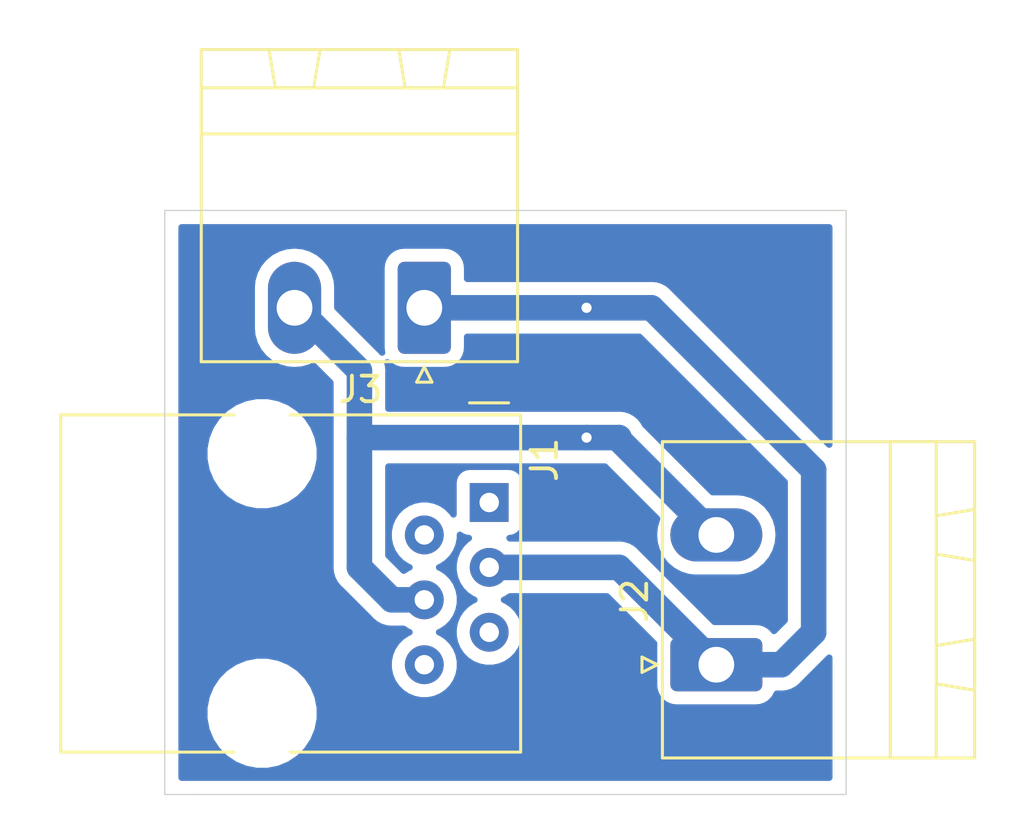
<source format=kicad_pcb>
(kicad_pcb (version 20171130) (host pcbnew "(5.1.9)-1")

  (general
    (thickness 1.6)
    (drawings 5)
    (tracks 19)
    (zones 0)
    (modules 3)
    (nets 7)
  )

  (page A4)
  (layers
    (0 F.Cu signal)
    (31 B.Cu signal)
    (32 B.Adhes user)
    (33 F.Adhes user)
    (34 B.Paste user)
    (35 F.Paste user)
    (36 B.SilkS user)
    (37 F.SilkS user)
    (38 B.Mask user)
    (39 F.Mask user)
    (40 Dwgs.User user)
    (41 Cmts.User user)
    (42 Eco1.User user)
    (43 Eco2.User user)
    (44 Edge.Cuts user)
    (45 Margin user)
    (46 B.CrtYd user)
    (47 F.CrtYd user)
    (48 B.Fab user)
    (49 F.Fab user)
  )

  (setup
    (last_trace_width 0.25)
    (user_trace_width 0.5)
    (user_trace_width 1)
    (trace_clearance 0.2)
    (zone_clearance 0.508)
    (zone_45_only no)
    (trace_min 0.2)
    (via_size 0.8)
    (via_drill 0.4)
    (via_min_size 0.4)
    (via_min_drill 0.3)
    (uvia_size 0.3)
    (uvia_drill 0.1)
    (uvias_allowed no)
    (uvia_min_size 0.2)
    (uvia_min_drill 0.1)
    (edge_width 0.05)
    (segment_width 0.2)
    (pcb_text_width 0.3)
    (pcb_text_size 1.5 1.5)
    (mod_edge_width 0.12)
    (mod_text_size 1 1)
    (mod_text_width 0.15)
    (pad_size 1.524 1.524)
    (pad_drill 0.762)
    (pad_to_mask_clearance 0)
    (aux_axis_origin 0 0)
    (visible_elements 7FFFFFFF)
    (pcbplotparams
      (layerselection 0x010fc_ffffffff)
      (usegerberextensions false)
      (usegerberattributes true)
      (usegerberadvancedattributes true)
      (creategerberjobfile true)
      (excludeedgelayer true)
      (linewidth 0.100000)
      (plotframeref false)
      (viasonmask false)
      (mode 1)
      (useauxorigin false)
      (hpglpennumber 1)
      (hpglpenspeed 20)
      (hpglpendiameter 15.000000)
      (psnegative false)
      (psa4output false)
      (plotreference true)
      (plotvalue true)
      (plotinvisibletext false)
      (padsonsilk false)
      (subtractmaskfromsilk false)
      (outputformat 1)
      (mirror false)
      (drillshape 1)
      (scaleselection 1)
      (outputdirectory ""))
  )

  (net 0 "")
  (net 1 "Net-(J1-Pad1)")
  (net 2 "Net-(J1-Pad2)")
  (net 3 "Net-(J1-Pad3)")
  (net 4 "Net-(J1-Pad4)")
  (net 5 "Net-(J1-Pad5)")
  (net 6 "Net-(J1-Pad6)")

  (net_class Default "This is the default net class."
    (clearance 0.2)
    (trace_width 0.25)
    (via_dia 0.8)
    (via_drill 0.4)
    (uvia_dia 0.3)
    (uvia_drill 0.1)
    (add_net "Net-(J1-Pad1)")
    (add_net "Net-(J1-Pad2)")
    (add_net "Net-(J1-Pad3)")
    (add_net "Net-(J1-Pad4)")
    (add_net "Net-(J1-Pad5)")
    (add_net "Net-(J1-Pad6)")
  )

  (module Connector_Phoenix_MSTB:PhoenixContact_MSTBA_2,5_2-G-5,08_1x02_P5.08mm_Horizontal (layer F.Cu) (tedit 5B785047) (tstamp 604112D9)
    (at 77.47 85.09 90)
    (descr "Generic Phoenix Contact connector footprint for: MSTBA_2,5/2-G-5,08; number of pins: 02; pin pitch: 5.08mm; Angled || order number: 1757242 12A || order number: 1923869 16A (HC)")
    (tags "phoenix_contact connector MSTBA_01x02_G_5.08mm")
    (path /6040D958)
    (fp_text reference J2 (at 2.5 -3.2 90) (layer F.SilkS)
      (effects (font (size 1 1) (thickness 0.15)))
    )
    (fp_text value Screw_Terminal_01x02 (at 2.5 11.2 90) (layer F.Fab)
      (effects (font (size 1 1) (thickness 0.15)))
    )
    (fp_text user %R (at 2.5 -1.3 90) (layer F.Fab)
      (effects (font (size 1 1) (thickness 0.15)))
    )
    (fp_line (start -3.65 -2.11) (end -3.65 10.11) (layer F.SilkS) (width 0.12))
    (fp_line (start -3.65 10.11) (end 8.73 10.11) (layer F.SilkS) (width 0.12))
    (fp_line (start 8.73 10.11) (end 8.73 -2.11) (layer F.SilkS) (width 0.12))
    (fp_line (start 8.73 -2.11) (end -3.65 -2.11) (layer F.SilkS) (width 0.12))
    (fp_line (start -3.54 -2) (end -3.54 10) (layer F.Fab) (width 0.1))
    (fp_line (start -3.54 10) (end 8.62 10) (layer F.Fab) (width 0.1))
    (fp_line (start 8.62 10) (end 8.62 -2) (layer F.Fab) (width 0.1))
    (fp_line (start 8.62 -2) (end -3.54 -2) (layer F.Fab) (width 0.1))
    (fp_line (start -3.65 8.61) (end -3.65 6.81) (layer F.SilkS) (width 0.12))
    (fp_line (start -3.65 6.81) (end 8.73 6.81) (layer F.SilkS) (width 0.12))
    (fp_line (start 8.73 6.81) (end 8.73 8.61) (layer F.SilkS) (width 0.12))
    (fp_line (start 8.73 8.61) (end -3.65 8.61) (layer F.SilkS) (width 0.12))
    (fp_line (start -1 10.11) (end 1 10.11) (layer F.SilkS) (width 0.12))
    (fp_line (start 1 10.11) (end 0.75 8.61) (layer F.SilkS) (width 0.12))
    (fp_line (start 0.75 8.61) (end -0.75 8.61) (layer F.SilkS) (width 0.12))
    (fp_line (start -0.75 8.61) (end -1 10.11) (layer F.SilkS) (width 0.12))
    (fp_line (start 4.08 10.11) (end 6.08 10.11) (layer F.SilkS) (width 0.12))
    (fp_line (start 6.08 10.11) (end 5.83 8.61) (layer F.SilkS) (width 0.12))
    (fp_line (start 5.83 8.61) (end 4.33 8.61) (layer F.SilkS) (width 0.12))
    (fp_line (start 4.33 8.61) (end 4.08 10.11) (layer F.SilkS) (width 0.12))
    (fp_line (start -4.04 -2.5) (end -4.04 10.5) (layer F.CrtYd) (width 0.05))
    (fp_line (start -4.04 10.5) (end 9.12 10.5) (layer F.CrtYd) (width 0.05))
    (fp_line (start 9.12 10.5) (end 9.12 -2.5) (layer F.CrtYd) (width 0.05))
    (fp_line (start 9.12 -2.5) (end -4.04 -2.5) (layer F.CrtYd) (width 0.05))
    (fp_line (start 0.3 -2.91) (end 0 -2.31) (layer F.SilkS) (width 0.12))
    (fp_line (start 0 -2.31) (end -0.3 -2.91) (layer F.SilkS) (width 0.12))
    (fp_line (start -0.3 -2.91) (end 0.3 -2.91) (layer F.SilkS) (width 0.12))
    (fp_line (start 0.95 -2) (end 0 -0.5) (layer F.Fab) (width 0.1))
    (fp_line (start 0 -0.5) (end -0.95 -2) (layer F.Fab) (width 0.1))
    (pad 2 thru_hole oval (at 5.08 0 90) (size 2.08 3.6) (drill 1.4) (layers *.Cu *.Mask)
      (net 4 "Net-(J1-Pad4)"))
    (pad 1 thru_hole roundrect (at 0 0 90) (size 2.08 3.6) (drill 1.4) (layers *.Cu *.Mask) (roundrect_rratio 0.120192)
      (net 3 "Net-(J1-Pad3)"))
    (model ${KISYS3DMOD}/Connector_Phoenix_MSTB.3dshapes/PhoenixContact_MSTBA_2,5_2-G-5,08_1x02_P5.08mm_Horizontal.wrl
      (at (xyz 0 0 0))
      (scale (xyz 1 1 1))
      (rotate (xyz 0 0 0))
    )
  )

  (module Connector_Phoenix_MSTB:PhoenixContact_MSTBA_2,5_2-G-5,08_1x02_P5.08mm_Horizontal (layer F.Cu) (tedit 5B785047) (tstamp 604112FD)
    (at 66.04 71.12 180)
    (descr "Generic Phoenix Contact connector footprint for: MSTBA_2,5/2-G-5,08; number of pins: 02; pin pitch: 5.08mm; Angled || order number: 1757242 12A || order number: 1923869 16A (HC)")
    (tags "phoenix_contact connector MSTBA_01x02_G_5.08mm")
    (path /6040EA04)
    (fp_text reference J3 (at 2.5 -3.2) (layer F.SilkS)
      (effects (font (size 1 1) (thickness 0.15)))
    )
    (fp_text value Screw_Terminal_01x02 (at 2.5 11.2) (layer F.Fab)
      (effects (font (size 1 1) (thickness 0.15)))
    )
    (fp_text user %R (at 2.5 -1.3) (layer F.Fab)
      (effects (font (size 1 1) (thickness 0.15)))
    )
    (fp_line (start -3.65 -2.11) (end -3.65 10.11) (layer F.SilkS) (width 0.12))
    (fp_line (start -3.65 10.11) (end 8.73 10.11) (layer F.SilkS) (width 0.12))
    (fp_line (start 8.73 10.11) (end 8.73 -2.11) (layer F.SilkS) (width 0.12))
    (fp_line (start 8.73 -2.11) (end -3.65 -2.11) (layer F.SilkS) (width 0.12))
    (fp_line (start -3.54 -2) (end -3.54 10) (layer F.Fab) (width 0.1))
    (fp_line (start -3.54 10) (end 8.62 10) (layer F.Fab) (width 0.1))
    (fp_line (start 8.62 10) (end 8.62 -2) (layer F.Fab) (width 0.1))
    (fp_line (start 8.62 -2) (end -3.54 -2) (layer F.Fab) (width 0.1))
    (fp_line (start -3.65 8.61) (end -3.65 6.81) (layer F.SilkS) (width 0.12))
    (fp_line (start -3.65 6.81) (end 8.73 6.81) (layer F.SilkS) (width 0.12))
    (fp_line (start 8.73 6.81) (end 8.73 8.61) (layer F.SilkS) (width 0.12))
    (fp_line (start 8.73 8.61) (end -3.65 8.61) (layer F.SilkS) (width 0.12))
    (fp_line (start -1 10.11) (end 1 10.11) (layer F.SilkS) (width 0.12))
    (fp_line (start 1 10.11) (end 0.75 8.61) (layer F.SilkS) (width 0.12))
    (fp_line (start 0.75 8.61) (end -0.75 8.61) (layer F.SilkS) (width 0.12))
    (fp_line (start -0.75 8.61) (end -1 10.11) (layer F.SilkS) (width 0.12))
    (fp_line (start 4.08 10.11) (end 6.08 10.11) (layer F.SilkS) (width 0.12))
    (fp_line (start 6.08 10.11) (end 5.83 8.61) (layer F.SilkS) (width 0.12))
    (fp_line (start 5.83 8.61) (end 4.33 8.61) (layer F.SilkS) (width 0.12))
    (fp_line (start 4.33 8.61) (end 4.08 10.11) (layer F.SilkS) (width 0.12))
    (fp_line (start -4.04 -2.5) (end -4.04 10.5) (layer F.CrtYd) (width 0.05))
    (fp_line (start -4.04 10.5) (end 9.12 10.5) (layer F.CrtYd) (width 0.05))
    (fp_line (start 9.12 10.5) (end 9.12 -2.5) (layer F.CrtYd) (width 0.05))
    (fp_line (start 9.12 -2.5) (end -4.04 -2.5) (layer F.CrtYd) (width 0.05))
    (fp_line (start 0.3 -2.91) (end 0 -2.31) (layer F.SilkS) (width 0.12))
    (fp_line (start 0 -2.31) (end -0.3 -2.91) (layer F.SilkS) (width 0.12))
    (fp_line (start -0.3 -2.91) (end 0.3 -2.91) (layer F.SilkS) (width 0.12))
    (fp_line (start 0.95 -2) (end 0 -0.5) (layer F.Fab) (width 0.1))
    (fp_line (start 0 -0.5) (end -0.95 -2) (layer F.Fab) (width 0.1))
    (pad 2 thru_hole oval (at 5.08 0 180) (size 2.08 3.6) (drill 1.4) (layers *.Cu *.Mask)
      (net 4 "Net-(J1-Pad4)"))
    (pad 1 thru_hole roundrect (at 0 0 180) (size 2.08 3.6) (drill 1.4) (layers *.Cu *.Mask) (roundrect_rratio 0.120192)
      (net 3 "Net-(J1-Pad3)"))
    (model ${KISYS3DMOD}/Connector_Phoenix_MSTB.3dshapes/PhoenixContact_MSTBA_2,5_2-G-5,08_1x02_P5.08mm_Horizontal.wrl
      (at (xyz 0 0 0))
      (scale (xyz 1 1 1))
      (rotate (xyz 0 0 0))
    )
  )

  (module Connector_RJ:RJ12_Amphenol_54601 (layer F.Cu) (tedit 5AE2E32D) (tstamp 604112B5)
    (at 68.58 78.74 270)
    (descr "RJ12 connector  https://cdn.amphenol-icc.com/media/wysiwyg/files/drawing/c-bmj-0082.pdf")
    (tags "RJ12 connector")
    (path /604188A1)
    (fp_text reference J1 (at -1.67 -2.16 90) (layer F.SilkS)
      (effects (font (size 1 1) (thickness 0.15)))
    )
    (fp_text value RJ12 (at 3.54 18.3 90) (layer F.Fab)
      (effects (font (size 1 1) (thickness 0.15)))
    )
    (fp_line (start -3.43 16.77) (end -3.43 0.52) (layer F.Fab) (width 0.1))
    (fp_line (start -3.43 -1.23) (end 9.77 -1.23) (layer F.Fab) (width 0.1))
    (fp_line (start 9.77 -1.23) (end 9.77 16.77) (layer F.Fab) (width 0.1))
    (fp_line (start 9.77 16.77) (end -3.43 16.77) (layer F.Fab) (width 0.1))
    (fp_line (start -4.04 -1.73) (end 10.38 -1.73) (layer F.CrtYd) (width 0.05))
    (fp_line (start 10.38 -1.73) (end 10.38 17.27) (layer F.CrtYd) (width 0.05))
    (fp_line (start 10.38 17.27) (end -4.04 17.27) (layer F.CrtYd) (width 0.05))
    (fp_line (start -4.04 17.27) (end -4.04 -1.73) (layer F.CrtYd) (width 0.05))
    (fp_line (start -3.43 -1.23) (end 9.77 -1.23) (layer F.SilkS) (width 0.12))
    (fp_line (start 9.77 -1.23) (end 9.77 7.79) (layer F.SilkS) (width 0.12))
    (fp_line (start 9.77 16.65) (end 9.77 16.77) (layer F.SilkS) (width 0.1))
    (fp_line (start 9.77 16.77) (end 9.77 9.99) (layer F.SilkS) (width 0.12))
    (fp_line (start 9.77 16.76) (end 9.77 16.77) (layer F.SilkS) (width 0.1))
    (fp_line (start 9.77 16.77) (end -3.43 16.77) (layer F.SilkS) (width 0.12))
    (fp_line (start -3.43 16.77) (end -3.43 9.99) (layer F.SilkS) (width 0.12))
    (fp_line (start -3.43 7.72) (end -3.43 7.79) (layer F.SilkS) (width 0.1))
    (fp_line (start -3.43 7.79) (end -3.43 -1.23) (layer F.SilkS) (width 0.12))
    (fp_line (start -3.9 0.77) (end -3.9 -0.76) (layer F.SilkS) (width 0.12))
    (fp_line (start -3.43 0.52) (end -2.93 0.02) (layer F.Fab) (width 0.1))
    (fp_line (start -2.93 0.02) (end -3.43 -0.48) (layer F.Fab) (width 0.1))
    (fp_line (start -3.43 -0.48) (end -3.43 -1.23) (layer F.Fab) (width 0.1))
    (fp_text user %R (at 3.16 7.76 90) (layer F.Fab)
      (effects (font (size 1 1) (thickness 0.15)))
    )
    (pad 1 thru_hole rect (at 0 0 270) (size 1.52 1.52) (drill 0.76) (layers *.Cu *.Mask)
      (net 1 "Net-(J1-Pad1)"))
    (pad "" np_thru_hole circle (at -1.91 8.89 270) (size 3.25 3.25) (drill 3.25) (layers *.Cu *.Mask))
    (pad 2 thru_hole circle (at 1.27 2.54 270) (size 1.52 1.52) (drill 0.76) (layers *.Cu *.Mask)
      (net 2 "Net-(J1-Pad2)"))
    (pad 3 thru_hole circle (at 2.54 0 270) (size 1.52 1.52) (drill 0.76) (layers *.Cu *.Mask)
      (net 3 "Net-(J1-Pad3)"))
    (pad 4 thru_hole circle (at 3.81 2.54 270) (size 1.52 1.52) (drill 0.76) (layers *.Cu *.Mask)
      (net 4 "Net-(J1-Pad4)"))
    (pad 5 thru_hole circle (at 5.08 0 270) (size 1.52 1.52) (drill 0.76) (layers *.Cu *.Mask)
      (net 5 "Net-(J1-Pad5)"))
    (pad 6 thru_hole circle (at 6.35 2.54 270) (size 1.52 1.52) (drill 0.76) (layers *.Cu *.Mask)
      (net 6 "Net-(J1-Pad6)"))
    (pad "" np_thru_hole circle (at 8.25 8.89 270) (size 3.25 3.25) (drill 3.25) (layers *.Cu *.Mask))
    (model ${KISYS3DMOD}/Connector_RJ.3dshapes/RJ12_Amphenol_54601.wrl
      (at (xyz 0 0 0))
      (scale (xyz 1 1 1))
      (rotate (xyz 0 0 0))
    )
  )

  (gr_line (start 55.88 90.17) (end 55.88 67.31) (layer Edge.Cuts) (width 0.05) (tstamp 60411F96))
  (gr_line (start 57.15 90.17) (end 55.88 90.17) (layer Edge.Cuts) (width 0.05))
  (gr_line (start 82.55 90.17) (end 57.15 90.17) (layer Edge.Cuts) (width 0.05))
  (gr_line (start 82.55 67.31) (end 82.55 90.17) (layer Edge.Cuts) (width 0.05))
  (gr_line (start 55.88 67.31) (end 82.55 67.31) (layer Edge.Cuts) (width 0.05))

  (segment (start 73.66 81.28) (end 77.47 85.09) (width 1) (layer B.Cu) (net 3))
  (segment (start 68.58 81.28) (end 73.66 81.28) (width 1) (layer B.Cu) (net 3))
  (segment (start 81.28 77.47) (end 74.93 71.12) (width 1) (layer B.Cu) (net 3))
  (segment (start 81.28 83.82) (end 81.28 77.47) (width 1) (layer B.Cu) (net 3))
  (segment (start 80.01 85.09) (end 81.28 83.82) (width 1) (layer B.Cu) (net 3))
  (segment (start 74.93 71.12) (end 72.39 71.12) (width 1) (layer B.Cu) (net 3))
  (segment (start 77.47 85.09) (end 80.01 85.09) (width 1) (layer B.Cu) (net 3))
  (segment (start 72.39 71.12) (end 66.04 71.12) (width 1) (layer B.Cu) (net 3) (tstamp 60411F91))
  (via (at 72.39 71.12) (size 0.8) (drill 0.4) (layers F.Cu B.Cu) (net 3))
  (segment (start 63.5 73.58) (end 61.04 71.12) (width 1) (layer B.Cu) (net 4))
  (segment (start 64.77 82.55) (end 63.5 81.28) (width 1) (layer B.Cu) (net 4))
  (segment (start 66.04 82.55) (end 64.77 82.55) (width 1) (layer B.Cu) (net 4))
  (segment (start 63.5 76.2) (end 72.39 76.2) (width 1) (layer B.Cu) (net 4))
  (segment (start 63.5 81.28) (end 63.5 76.2) (width 1) (layer B.Cu) (net 4))
  (segment (start 63.5 76.2) (end 63.5 73.58) (width 1) (layer B.Cu) (net 4))
  (segment (start 73.66 76.28) (end 77.47 80.09) (width 1) (layer B.Cu) (net 4))
  (segment (start 73.66 76.2) (end 73.66 76.28) (width 1) (layer B.Cu) (net 4))
  (segment (start 72.39 76.2) (end 73.66 76.2) (width 1) (layer B.Cu) (net 4) (tstamp 60411F93))
  (via (at 72.39 76.2) (size 0.8) (drill 0.4) (layers F.Cu B.Cu) (net 4))

  (zone (net 0) (net_name "") (layer B.Cu) (tstamp 0) (hatch edge 0.508)
    (connect_pads (clearance 0.508))
    (min_thickness 0.254)
    (fill yes (arc_segments 32) (thermal_gap 0.508) (thermal_bridge_width 0.508))
    (polygon
      (pts
        (xy 82.55 90.17) (xy 55.88 90.17) (xy 55.88 67.31) (xy 82.55 67.31)
      )
    )
    (filled_polygon
      (pts
        (xy 81.89 76.474868) (xy 75.771996 70.356865) (xy 75.736449 70.313551) (xy 75.563623 70.171716) (xy 75.366447 70.066324)
        (xy 75.152499 70.001423) (xy 74.985752 69.985) (xy 74.985751 69.985) (xy 74.93 69.979509) (xy 74.874249 69.985)
        (xy 67.718072 69.985) (xy 67.718072 69.569999) (xy 67.701008 69.396745) (xy 67.650472 69.230149) (xy 67.568405 69.076613)
        (xy 67.457962 68.942038) (xy 67.323387 68.831595) (xy 67.169851 68.749528) (xy 67.003255 68.698992) (xy 66.830001 68.681928)
        (xy 65.249999 68.681928) (xy 65.076745 68.698992) (xy 64.910149 68.749528) (xy 64.756613 68.831595) (xy 64.622038 68.942038)
        (xy 64.511595 69.076613) (xy 64.429528 69.230149) (xy 64.378992 69.396745) (xy 64.361928 69.569999) (xy 64.361928 72.670001)
        (xy 64.378992 72.843255) (xy 64.387986 72.872904) (xy 64.306449 72.773551) (xy 64.263141 72.738009) (xy 62.635 71.109869)
        (xy 62.635 70.277718) (xy 62.610764 70.031643) (xy 62.514985 69.715904) (xy 62.35945 69.424918) (xy 62.150134 69.169866)
        (xy 61.895082 68.96055) (xy 61.604096 68.805015) (xy 61.288357 68.709236) (xy 60.96 68.676896) (xy 60.631644 68.709236)
        (xy 60.315905 68.805015) (xy 60.024919 68.96055) (xy 59.769867 69.169866) (xy 59.560551 69.424918) (xy 59.405016 69.715904)
        (xy 59.309236 70.031643) (xy 59.285 70.277718) (xy 59.285 71.962281) (xy 59.309236 72.208356) (xy 59.405015 72.524095)
        (xy 59.56055 72.815081) (xy 59.769866 73.070134) (xy 60.024918 73.27945) (xy 60.315904 73.434985) (xy 60.631643 73.530764)
        (xy 60.96 73.563104) (xy 61.288356 73.530764) (xy 61.604095 73.434985) (xy 61.699082 73.384214) (xy 62.365001 74.050133)
        (xy 62.365 76.144248) (xy 62.359509 76.2) (xy 62.365001 76.255762) (xy 62.365 81.224248) (xy 62.359509 81.28)
        (xy 62.365 81.335751) (xy 62.381423 81.502498) (xy 62.446324 81.716446) (xy 62.551716 81.913623) (xy 62.693551 82.086449)
        (xy 62.736865 82.121996) (xy 63.928008 83.31314) (xy 63.963551 83.356449) (xy 64.136377 83.498284) (xy 64.333553 83.603676)
        (xy 64.497705 83.653471) (xy 64.5475 83.668577) (xy 64.568493 83.670644) (xy 64.714248 83.685) (xy 64.714255 83.685)
        (xy 64.769999 83.69049) (xy 64.825743 83.685) (xy 65.227714 83.685) (xy 65.37922 83.786233) (xy 65.46074 83.82)
        (xy 65.37922 83.853767) (xy 65.150739 84.006433) (xy 64.956433 84.200739) (xy 64.803767 84.42922) (xy 64.698609 84.683093)
        (xy 64.645 84.952604) (xy 64.645 85.227396) (xy 64.698609 85.496907) (xy 64.803767 85.75078) (xy 64.956433 85.979261)
        (xy 65.150739 86.173567) (xy 65.37922 86.326233) (xy 65.633093 86.431391) (xy 65.902604 86.485) (xy 66.177396 86.485)
        (xy 66.446907 86.431391) (xy 66.70078 86.326233) (xy 66.929261 86.173567) (xy 67.123567 85.979261) (xy 67.276233 85.75078)
        (xy 67.381391 85.496907) (xy 67.435 85.227396) (xy 67.435 84.952604) (xy 67.381391 84.683093) (xy 67.276233 84.42922)
        (xy 67.123567 84.200739) (xy 66.929261 84.006433) (xy 66.70078 83.853767) (xy 66.61926 83.82) (xy 66.70078 83.786233)
        (xy 66.929261 83.633567) (xy 67.123567 83.439261) (xy 67.276233 83.21078) (xy 67.381391 82.956907) (xy 67.435 82.687396)
        (xy 67.435 82.412604) (xy 67.381391 82.143093) (xy 67.276233 81.88922) (xy 67.123567 81.660739) (xy 66.929261 81.466433)
        (xy 66.70078 81.313767) (xy 66.61926 81.28) (xy 66.70078 81.246233) (xy 66.929261 81.093567) (xy 67.123567 80.899261)
        (xy 67.276233 80.67078) (xy 67.381391 80.416907) (xy 67.435 80.147396) (xy 67.435 80.005501) (xy 67.465506 80.030537)
        (xy 67.57582 80.089502) (xy 67.695518 80.125812) (xy 67.783467 80.134474) (xy 67.690739 80.196433) (xy 67.496433 80.390739)
        (xy 67.343767 80.61922) (xy 67.238609 80.873093) (xy 67.185 81.142604) (xy 67.185 81.417396) (xy 67.238609 81.686907)
        (xy 67.343767 81.94078) (xy 67.496433 82.169261) (xy 67.690739 82.363567) (xy 67.91922 82.516233) (xy 68.00074 82.55)
        (xy 67.91922 82.583767) (xy 67.690739 82.736433) (xy 67.496433 82.930739) (xy 67.343767 83.15922) (xy 67.238609 83.413093)
        (xy 67.185 83.682604) (xy 67.185 83.957396) (xy 67.238609 84.226907) (xy 67.343767 84.48078) (xy 67.496433 84.709261)
        (xy 67.690739 84.903567) (xy 67.91922 85.056233) (xy 68.173093 85.161391) (xy 68.442604 85.215) (xy 68.717396 85.215)
        (xy 68.986907 85.161391) (xy 69.24078 85.056233) (xy 69.469261 84.903567) (xy 69.663567 84.709261) (xy 69.816233 84.48078)
        (xy 69.921391 84.226907) (xy 69.975 83.957396) (xy 69.975 83.682604) (xy 69.921391 83.413093) (xy 69.816233 83.15922)
        (xy 69.663567 82.930739) (xy 69.469261 82.736433) (xy 69.24078 82.583767) (xy 69.15926 82.55) (xy 69.24078 82.516233)
        (xy 69.392286 82.415) (xy 73.189869 82.415) (xy 75.035778 84.26091) (xy 75.031928 84.299999) (xy 75.031928 85.880001)
        (xy 75.048992 86.053255) (xy 75.099528 86.219851) (xy 75.181595 86.373387) (xy 75.292038 86.507962) (xy 75.426613 86.618405)
        (xy 75.580149 86.700472) (xy 75.746745 86.751008) (xy 75.919999 86.768072) (xy 79.020001 86.768072) (xy 79.193255 86.751008)
        (xy 79.359851 86.700472) (xy 79.513387 86.618405) (xy 79.647962 86.507962) (xy 79.758405 86.373387) (xy 79.83772 86.225)
        (xy 79.954249 86.225) (xy 80.01 86.230491) (xy 80.065751 86.225) (xy 80.065752 86.225) (xy 80.232499 86.208577)
        (xy 80.446447 86.143676) (xy 80.643623 86.038284) (xy 80.816449 85.896449) (xy 80.851996 85.853135) (xy 81.890001 84.815131)
        (xy 81.890001 89.51) (xy 56.54 89.51) (xy 56.54 86.767409) (xy 57.43 86.767409) (xy 57.43 87.212591)
        (xy 57.516851 87.649218) (xy 57.687214 88.060511) (xy 57.934544 88.430666) (xy 58.249334 88.745456) (xy 58.619489 88.992786)
        (xy 59.030782 89.163149) (xy 59.467409 89.25) (xy 59.912591 89.25) (xy 60.349218 89.163149) (xy 60.760511 88.992786)
        (xy 61.130666 88.745456) (xy 61.445456 88.430666) (xy 61.692786 88.060511) (xy 61.863149 87.649218) (xy 61.95 87.212591)
        (xy 61.95 86.767409) (xy 61.863149 86.330782) (xy 61.692786 85.919489) (xy 61.445456 85.549334) (xy 61.130666 85.234544)
        (xy 60.760511 84.987214) (xy 60.349218 84.816851) (xy 59.912591 84.73) (xy 59.467409 84.73) (xy 59.030782 84.816851)
        (xy 58.619489 84.987214) (xy 58.249334 85.234544) (xy 57.934544 85.549334) (xy 57.687214 85.919489) (xy 57.516851 86.330782)
        (xy 57.43 86.767409) (xy 56.54 86.767409) (xy 56.54 76.607409) (xy 57.43 76.607409) (xy 57.43 77.052591)
        (xy 57.516851 77.489218) (xy 57.687214 77.900511) (xy 57.934544 78.270666) (xy 58.249334 78.585456) (xy 58.619489 78.832786)
        (xy 59.030782 79.003149) (xy 59.467409 79.09) (xy 59.912591 79.09) (xy 60.349218 79.003149) (xy 60.760511 78.832786)
        (xy 61.130666 78.585456) (xy 61.445456 78.270666) (xy 61.692786 77.900511) (xy 61.863149 77.489218) (xy 61.95 77.052591)
        (xy 61.95 76.607409) (xy 61.863149 76.170782) (xy 61.692786 75.759489) (xy 61.445456 75.389334) (xy 61.130666 75.074544)
        (xy 60.760511 74.827214) (xy 60.349218 74.656851) (xy 59.912591 74.57) (xy 59.467409 74.57) (xy 59.030782 74.656851)
        (xy 58.619489 74.827214) (xy 58.249334 75.074544) (xy 57.934544 75.389334) (xy 57.687214 75.759489) (xy 57.516851 76.170782)
        (xy 57.43 76.607409) (xy 56.54 76.607409) (xy 56.54 67.97) (xy 81.89 67.97)
      )
    )
    (filled_polygon
      (pts
        (xy 80.145001 77.940133) (xy 80.145 83.349868) (xy 79.726785 83.768084) (xy 79.647962 83.672038) (xy 79.513387 83.561595)
        (xy 79.359851 83.479528) (xy 79.193255 83.428992) (xy 79.020001 83.411928) (xy 77.397061 83.411928) (xy 74.501996 80.516865)
        (xy 74.466449 80.473551) (xy 74.293623 80.331716) (xy 74.096447 80.226324) (xy 73.882499 80.161423) (xy 73.715752 80.145)
        (xy 73.715751 80.145) (xy 73.66 80.139509) (xy 73.604249 80.145) (xy 69.392286 80.145) (xy 69.376533 80.134474)
        (xy 69.464482 80.125812) (xy 69.58418 80.089502) (xy 69.694494 80.030537) (xy 69.791185 79.951185) (xy 69.870537 79.854494)
        (xy 69.929502 79.74418) (xy 69.965812 79.624482) (xy 69.978072 79.5) (xy 69.978072 77.98) (xy 69.965812 77.855518)
        (xy 69.929502 77.73582) (xy 69.870537 77.625506) (xy 69.791185 77.528815) (xy 69.694494 77.449463) (xy 69.58418 77.390498)
        (xy 69.464482 77.354188) (xy 69.34 77.341928) (xy 67.82 77.341928) (xy 67.695518 77.354188) (xy 67.57582 77.390498)
        (xy 67.465506 77.449463) (xy 67.368815 77.528815) (xy 67.289463 77.625506) (xy 67.230498 77.73582) (xy 67.194188 77.855518)
        (xy 67.181928 77.98) (xy 67.181928 79.208082) (xy 67.123567 79.120739) (xy 66.929261 78.926433) (xy 66.70078 78.773767)
        (xy 66.446907 78.668609) (xy 66.177396 78.615) (xy 65.902604 78.615) (xy 65.633093 78.668609) (xy 65.37922 78.773767)
        (xy 65.150739 78.926433) (xy 64.956433 79.120739) (xy 64.803767 79.34922) (xy 64.698609 79.603093) (xy 64.645 79.872604)
        (xy 64.645 80.147396) (xy 64.698609 80.416907) (xy 64.803767 80.67078) (xy 64.956433 80.899261) (xy 65.150739 81.093567)
        (xy 65.37922 81.246233) (xy 65.46074 81.28) (xy 65.37922 81.313767) (xy 65.235158 81.410026) (xy 64.635 80.809869)
        (xy 64.635 77.335) (xy 73.109869 77.335) (xy 75.1517 79.376832) (xy 75.059236 79.681643) (xy 75.026896 80.01)
        (xy 75.059236 80.338357) (xy 75.155015 80.654096) (xy 75.31055 80.945082) (xy 75.519866 81.200134) (xy 75.774918 81.40945)
        (xy 76.065904 81.564985) (xy 76.381643 81.660764) (xy 76.627718 81.685) (xy 78.312282 81.685) (xy 78.558357 81.660764)
        (xy 78.874096 81.564985) (xy 79.165082 81.40945) (xy 79.420134 81.200134) (xy 79.62945 80.945082) (xy 79.784985 80.654096)
        (xy 79.880764 80.338357) (xy 79.913104 80.01) (xy 79.880764 79.681643) (xy 79.784985 79.365904) (xy 79.62945 79.074918)
        (xy 79.420134 78.819866) (xy 79.165082 78.61055) (xy 78.874096 78.455015) (xy 78.558357 78.359236) (xy 78.312282 78.335)
        (xy 77.320132 78.335) (xy 74.673478 75.688346) (xy 74.608284 75.566377) (xy 74.466449 75.393551) (xy 74.293623 75.251716)
        (xy 74.096447 75.146324) (xy 73.882499 75.081423) (xy 73.715752 75.065) (xy 73.715751 75.065) (xy 73.66 75.059509)
        (xy 73.604248 75.065) (xy 64.635 75.065) (xy 64.635 73.635741) (xy 64.64049 73.579999) (xy 64.635 73.524257)
        (xy 64.635 73.524248) (xy 64.618577 73.357501) (xy 64.587896 73.25636) (xy 64.622038 73.297962) (xy 64.756613 73.408405)
        (xy 64.910149 73.490472) (xy 65.076745 73.541008) (xy 65.249999 73.558072) (xy 66.830001 73.558072) (xy 67.003255 73.541008)
        (xy 67.169851 73.490472) (xy 67.323387 73.408405) (xy 67.457962 73.297962) (xy 67.568405 73.163387) (xy 67.650472 73.009851)
        (xy 67.701008 72.843255) (xy 67.718072 72.670001) (xy 67.718072 72.255) (xy 74.459869 72.255)
      )
    )
  )
)

</source>
